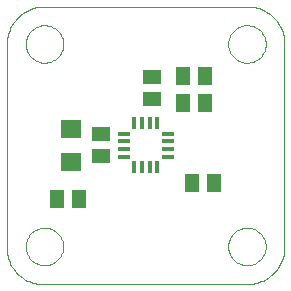
<source format=gtp>
G75*
G70*
%OFA0B0*%
%FSLAX24Y24*%
%IPPOS*%
%LPD*%
%AMOC8*
5,1,8,0,0,1.08239X$1,22.5*
%
%ADD10C,0.0000*%
%ADD11R,0.0157X0.0394*%
%ADD12R,0.0394X0.0157*%
%ADD13R,0.0591X0.0512*%
%ADD14R,0.0709X0.0630*%
%ADD15R,0.0512X0.0591*%
%ADD16R,0.0512X0.0630*%
D10*
X000536Y001785D02*
X000534Y001719D01*
X000536Y001653D01*
X000542Y001587D01*
X000551Y001521D01*
X000564Y001456D01*
X000581Y001391D01*
X000601Y001328D01*
X000625Y001266D01*
X000652Y001206D01*
X000683Y001147D01*
X000717Y001089D01*
X000754Y001034D01*
X000794Y000981D01*
X000837Y000931D01*
X000882Y000882D01*
X000931Y000837D01*
X000981Y000794D01*
X001034Y000754D01*
X001089Y000717D01*
X001147Y000683D01*
X001206Y000652D01*
X001266Y000625D01*
X001328Y000601D01*
X001391Y000581D01*
X001456Y000564D01*
X001521Y000551D01*
X001587Y000542D01*
X001653Y000536D01*
X001719Y000534D01*
X001785Y000536D01*
X001785Y000535D02*
X008535Y000535D01*
X008603Y000537D01*
X008670Y000542D01*
X008737Y000551D01*
X008804Y000564D01*
X008869Y000581D01*
X008934Y000600D01*
X008998Y000624D01*
X009060Y000651D01*
X009121Y000681D01*
X009179Y000714D01*
X009236Y000750D01*
X009291Y000790D01*
X009344Y000832D01*
X009395Y000878D01*
X009442Y000925D01*
X009488Y000976D01*
X009530Y001029D01*
X009570Y001084D01*
X009606Y001141D01*
X009639Y001199D01*
X009669Y001260D01*
X009696Y001322D01*
X009720Y001386D01*
X009739Y001451D01*
X009756Y001516D01*
X009769Y001583D01*
X009778Y001650D01*
X009783Y001717D01*
X009785Y001785D01*
X009785Y008535D01*
X009783Y008603D01*
X009778Y008670D01*
X009769Y008737D01*
X009756Y008804D01*
X009739Y008869D01*
X009720Y008934D01*
X009696Y008998D01*
X009669Y009060D01*
X009639Y009121D01*
X009606Y009179D01*
X009570Y009236D01*
X009530Y009291D01*
X009488Y009344D01*
X009442Y009395D01*
X009395Y009442D01*
X009344Y009488D01*
X009291Y009530D01*
X009236Y009570D01*
X009179Y009606D01*
X009121Y009639D01*
X009060Y009669D01*
X008998Y009696D01*
X008934Y009720D01*
X008869Y009739D01*
X008804Y009756D01*
X008737Y009769D01*
X008670Y009778D01*
X008603Y009783D01*
X008535Y009785D01*
X001785Y009785D01*
X001160Y008535D02*
X001162Y008585D01*
X001168Y008634D01*
X001178Y008683D01*
X001191Y008730D01*
X001209Y008777D01*
X001230Y008822D01*
X001254Y008865D01*
X001282Y008906D01*
X001313Y008945D01*
X001347Y008981D01*
X001384Y009015D01*
X001424Y009045D01*
X001465Y009072D01*
X001509Y009096D01*
X001554Y009116D01*
X001601Y009132D01*
X001649Y009145D01*
X001698Y009154D01*
X001748Y009159D01*
X001797Y009160D01*
X001847Y009157D01*
X001896Y009150D01*
X001945Y009139D01*
X001992Y009125D01*
X002038Y009106D01*
X002083Y009084D01*
X002126Y009059D01*
X002166Y009030D01*
X002204Y008998D01*
X002240Y008964D01*
X002273Y008926D01*
X002302Y008886D01*
X002328Y008844D01*
X002351Y008800D01*
X002370Y008754D01*
X002386Y008707D01*
X002398Y008658D01*
X002406Y008609D01*
X002410Y008560D01*
X002410Y008510D01*
X002406Y008461D01*
X002398Y008412D01*
X002386Y008363D01*
X002370Y008316D01*
X002351Y008270D01*
X002328Y008226D01*
X002302Y008184D01*
X002273Y008144D01*
X002240Y008106D01*
X002204Y008072D01*
X002166Y008040D01*
X002126Y008011D01*
X002083Y007986D01*
X002038Y007964D01*
X001992Y007945D01*
X001945Y007931D01*
X001896Y007920D01*
X001847Y007913D01*
X001797Y007910D01*
X001748Y007911D01*
X001698Y007916D01*
X001649Y007925D01*
X001601Y007938D01*
X001554Y007954D01*
X001509Y007974D01*
X001465Y007998D01*
X001424Y008025D01*
X001384Y008055D01*
X001347Y008089D01*
X001313Y008125D01*
X001282Y008164D01*
X001254Y008205D01*
X001230Y008248D01*
X001209Y008293D01*
X001191Y008340D01*
X001178Y008387D01*
X001168Y008436D01*
X001162Y008485D01*
X001160Y008535D01*
X000535Y008535D02*
X000535Y001785D01*
X001160Y001785D02*
X001162Y001835D01*
X001168Y001884D01*
X001178Y001933D01*
X001191Y001980D01*
X001209Y002027D01*
X001230Y002072D01*
X001254Y002115D01*
X001282Y002156D01*
X001313Y002195D01*
X001347Y002231D01*
X001384Y002265D01*
X001424Y002295D01*
X001465Y002322D01*
X001509Y002346D01*
X001554Y002366D01*
X001601Y002382D01*
X001649Y002395D01*
X001698Y002404D01*
X001748Y002409D01*
X001797Y002410D01*
X001847Y002407D01*
X001896Y002400D01*
X001945Y002389D01*
X001992Y002375D01*
X002038Y002356D01*
X002083Y002334D01*
X002126Y002309D01*
X002166Y002280D01*
X002204Y002248D01*
X002240Y002214D01*
X002273Y002176D01*
X002302Y002136D01*
X002328Y002094D01*
X002351Y002050D01*
X002370Y002004D01*
X002386Y001957D01*
X002398Y001908D01*
X002406Y001859D01*
X002410Y001810D01*
X002410Y001760D01*
X002406Y001711D01*
X002398Y001662D01*
X002386Y001613D01*
X002370Y001566D01*
X002351Y001520D01*
X002328Y001476D01*
X002302Y001434D01*
X002273Y001394D01*
X002240Y001356D01*
X002204Y001322D01*
X002166Y001290D01*
X002126Y001261D01*
X002083Y001236D01*
X002038Y001214D01*
X001992Y001195D01*
X001945Y001181D01*
X001896Y001170D01*
X001847Y001163D01*
X001797Y001160D01*
X001748Y001161D01*
X001698Y001166D01*
X001649Y001175D01*
X001601Y001188D01*
X001554Y001204D01*
X001509Y001224D01*
X001465Y001248D01*
X001424Y001275D01*
X001384Y001305D01*
X001347Y001339D01*
X001313Y001375D01*
X001282Y001414D01*
X001254Y001455D01*
X001230Y001498D01*
X001209Y001543D01*
X001191Y001590D01*
X001178Y001637D01*
X001168Y001686D01*
X001162Y001735D01*
X001160Y001785D01*
X000535Y008535D02*
X000537Y008603D01*
X000542Y008670D01*
X000551Y008737D01*
X000564Y008804D01*
X000581Y008869D01*
X000600Y008934D01*
X000624Y008998D01*
X000651Y009060D01*
X000681Y009121D01*
X000714Y009179D01*
X000750Y009236D01*
X000790Y009291D01*
X000832Y009344D01*
X000878Y009395D01*
X000925Y009442D01*
X000976Y009488D01*
X001029Y009530D01*
X001084Y009570D01*
X001141Y009606D01*
X001199Y009639D01*
X001260Y009669D01*
X001322Y009696D01*
X001386Y009720D01*
X001451Y009739D01*
X001516Y009756D01*
X001583Y009769D01*
X001650Y009778D01*
X001717Y009783D01*
X001785Y009785D01*
X007910Y008535D02*
X007912Y008585D01*
X007918Y008634D01*
X007928Y008683D01*
X007941Y008730D01*
X007959Y008777D01*
X007980Y008822D01*
X008004Y008865D01*
X008032Y008906D01*
X008063Y008945D01*
X008097Y008981D01*
X008134Y009015D01*
X008174Y009045D01*
X008215Y009072D01*
X008259Y009096D01*
X008304Y009116D01*
X008351Y009132D01*
X008399Y009145D01*
X008448Y009154D01*
X008498Y009159D01*
X008547Y009160D01*
X008597Y009157D01*
X008646Y009150D01*
X008695Y009139D01*
X008742Y009125D01*
X008788Y009106D01*
X008833Y009084D01*
X008876Y009059D01*
X008916Y009030D01*
X008954Y008998D01*
X008990Y008964D01*
X009023Y008926D01*
X009052Y008886D01*
X009078Y008844D01*
X009101Y008800D01*
X009120Y008754D01*
X009136Y008707D01*
X009148Y008658D01*
X009156Y008609D01*
X009160Y008560D01*
X009160Y008510D01*
X009156Y008461D01*
X009148Y008412D01*
X009136Y008363D01*
X009120Y008316D01*
X009101Y008270D01*
X009078Y008226D01*
X009052Y008184D01*
X009023Y008144D01*
X008990Y008106D01*
X008954Y008072D01*
X008916Y008040D01*
X008876Y008011D01*
X008833Y007986D01*
X008788Y007964D01*
X008742Y007945D01*
X008695Y007931D01*
X008646Y007920D01*
X008597Y007913D01*
X008547Y007910D01*
X008498Y007911D01*
X008448Y007916D01*
X008399Y007925D01*
X008351Y007938D01*
X008304Y007954D01*
X008259Y007974D01*
X008215Y007998D01*
X008174Y008025D01*
X008134Y008055D01*
X008097Y008089D01*
X008063Y008125D01*
X008032Y008164D01*
X008004Y008205D01*
X007980Y008248D01*
X007959Y008293D01*
X007941Y008340D01*
X007928Y008387D01*
X007918Y008436D01*
X007912Y008485D01*
X007910Y008535D01*
X007910Y001785D02*
X007912Y001835D01*
X007918Y001884D01*
X007928Y001933D01*
X007941Y001980D01*
X007959Y002027D01*
X007980Y002072D01*
X008004Y002115D01*
X008032Y002156D01*
X008063Y002195D01*
X008097Y002231D01*
X008134Y002265D01*
X008174Y002295D01*
X008215Y002322D01*
X008259Y002346D01*
X008304Y002366D01*
X008351Y002382D01*
X008399Y002395D01*
X008448Y002404D01*
X008498Y002409D01*
X008547Y002410D01*
X008597Y002407D01*
X008646Y002400D01*
X008695Y002389D01*
X008742Y002375D01*
X008788Y002356D01*
X008833Y002334D01*
X008876Y002309D01*
X008916Y002280D01*
X008954Y002248D01*
X008990Y002214D01*
X009023Y002176D01*
X009052Y002136D01*
X009078Y002094D01*
X009101Y002050D01*
X009120Y002004D01*
X009136Y001957D01*
X009148Y001908D01*
X009156Y001859D01*
X009160Y001810D01*
X009160Y001760D01*
X009156Y001711D01*
X009148Y001662D01*
X009136Y001613D01*
X009120Y001566D01*
X009101Y001520D01*
X009078Y001476D01*
X009052Y001434D01*
X009023Y001394D01*
X008990Y001356D01*
X008954Y001322D01*
X008916Y001290D01*
X008876Y001261D01*
X008833Y001236D01*
X008788Y001214D01*
X008742Y001195D01*
X008695Y001181D01*
X008646Y001170D01*
X008597Y001163D01*
X008547Y001160D01*
X008498Y001161D01*
X008448Y001166D01*
X008399Y001175D01*
X008351Y001188D01*
X008304Y001204D01*
X008259Y001224D01*
X008215Y001248D01*
X008174Y001275D01*
X008134Y001305D01*
X008097Y001339D01*
X008063Y001375D01*
X008032Y001414D01*
X008004Y001455D01*
X007980Y001498D01*
X007959Y001543D01*
X007941Y001590D01*
X007928Y001637D01*
X007918Y001686D01*
X007912Y001735D01*
X007910Y001785D01*
D11*
X005544Y004432D03*
X005288Y004432D03*
X005032Y004432D03*
X004776Y004432D03*
X004776Y005888D03*
X005032Y005888D03*
X005288Y005888D03*
X005544Y005888D03*
D12*
X005888Y005544D03*
X005888Y005288D03*
X005888Y005032D03*
X005888Y004776D03*
X004432Y004776D03*
X004432Y005032D03*
X004432Y005288D03*
X004432Y005544D03*
D13*
X003660Y005534D03*
X003660Y004786D03*
X005360Y006686D03*
X005360Y007434D03*
D14*
X002660Y005711D03*
X002660Y004609D03*
D15*
X006386Y006560D03*
X007134Y006560D03*
D16*
X007134Y007460D03*
X006386Y007460D03*
X006686Y003910D03*
X007434Y003910D03*
X002934Y003360D03*
X002186Y003360D03*
M02*

</source>
